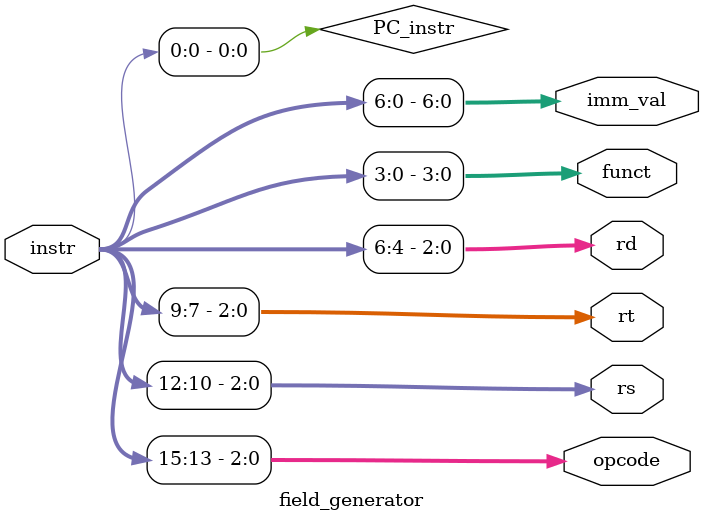
<source format=v>
module field_generator #(
    parameter inst_SIZE = 16
) (
    input   	    [inst_SIZE-1:0]     instr,

    output          [2:0]               opcode,
    output          [2:0]               rs,
    output          [2:0]               rt,
    output          [2:0]               rd,
    output          [3:0]               funct,
	output          [6:0]               imm_val
);

	assign PC_instr	=	instr[12:0];
	
    assign opcode   =   instr[15:13];
    assign rs       =   instr[12:10]; 	// read register 1
    assign rt       =   instr[9:7];		// read register 2
    assign rd       =   instr[6:4];		// write register
    assign funct    =   instr[3:0];
    assign imm_val  =   instr[6:0];
	
endmodule
</source>
